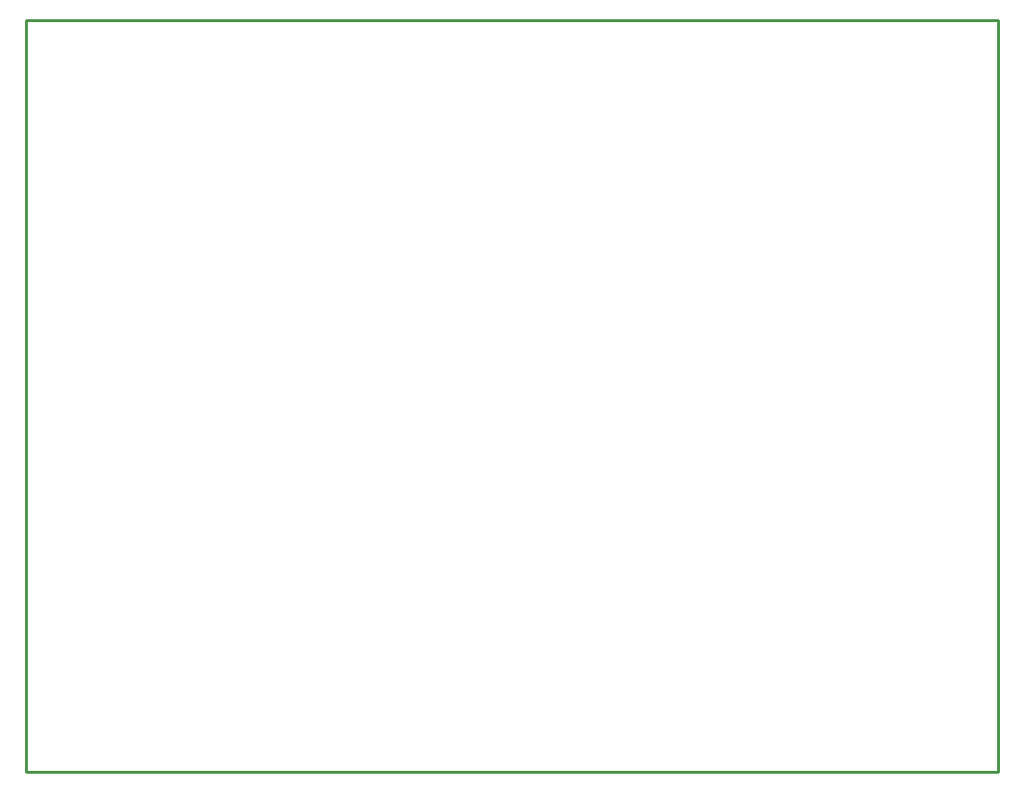
<source format=gko>
G04*
G04 #@! TF.GenerationSoftware,Altium Limited,Altium Designer,20.0.12 (288)*
G04*
G04 Layer_Color=16711935*
%FSLAX44Y44*%
%MOMM*%
G71*
G01*
G75*
%ADD13C,0.2540*%
D13*
X1181100Y601980D02*
Y640080D01*
X965200Y601980D02*
X1181100D01*
X325120D02*
Y1263650D01*
Y601980D02*
X326390D01*
X538480D01*
X1181100Y640080D02*
Y1263650D01*
X538480Y601980D02*
X965200D01*
X325120Y1263650D02*
X1181100D01*
M02*

</source>
